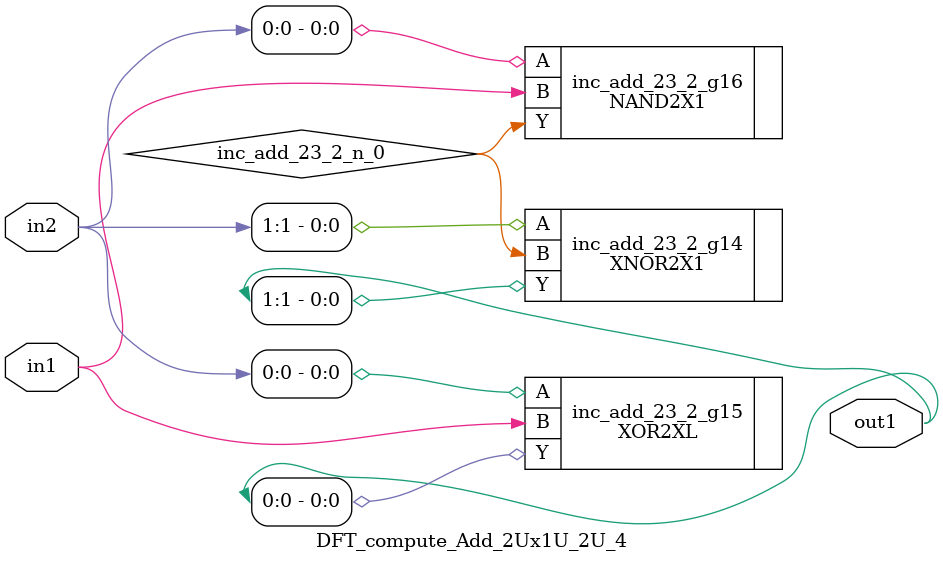
<source format=v>
`timescale 1ps / 1ps


module DFT_compute_Add_2Ux1U_2U_4(in2, in1, out1);
  input [1:0] in2;
  input in1;
  output [1:0] out1;
  wire [1:0] in2;
  wire in1;
  wire [1:0] out1;
  wire inc_add_23_2_n_0;
  XNOR2X1 inc_add_23_2_g14(.A (in2[1]), .B (inc_add_23_2_n_0), .Y
       (out1[1]));
  XOR2XL inc_add_23_2_g15(.A (in2[0]), .B (in1), .Y (out1[0]));
  NAND2X1 inc_add_23_2_g16(.A (in2[0]), .B (in1), .Y
       (inc_add_23_2_n_0));
endmodule



</source>
